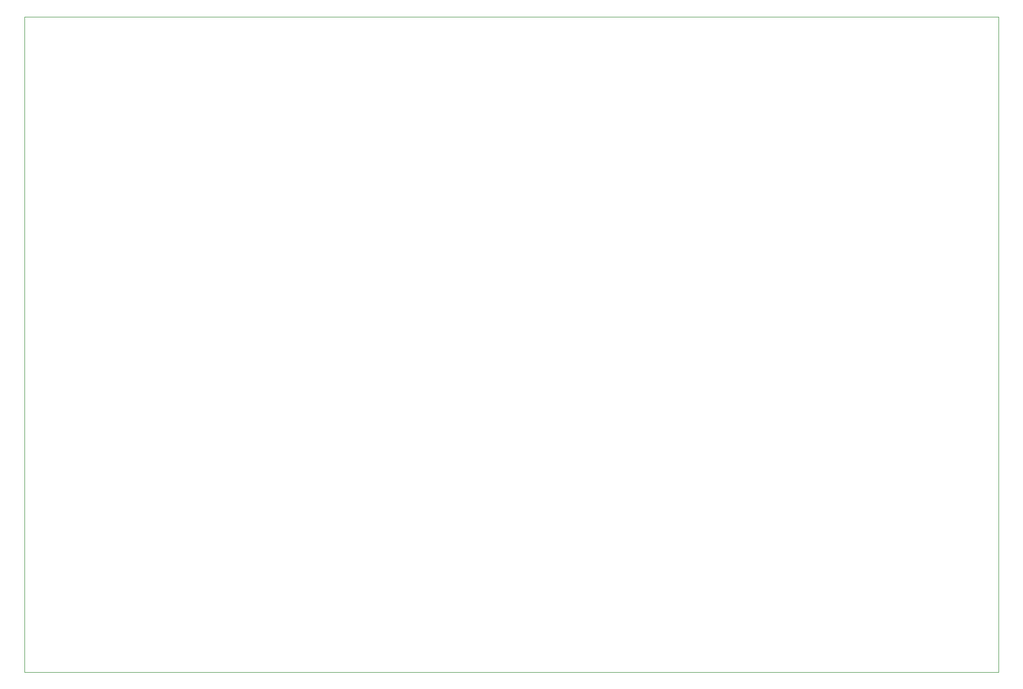
<source format=gbr>
%TF.GenerationSoftware,KiCad,Pcbnew,6.0.2+dfsg-1*%
%TF.CreationDate,2022-10-15T14:58:28-04:00*%
%TF.ProjectId,CHV_DC31,4348565f-4443-4333-912e-6b696361645f,rev?*%
%TF.SameCoordinates,Original*%
%TF.FileFunction,Profile,NP*%
%FSLAX46Y46*%
G04 Gerber Fmt 4.6, Leading zero omitted, Abs format (unit mm)*
G04 Created by KiCad (PCBNEW 6.0.2+dfsg-1) date 2022-10-15 14:58:28*
%MOMM*%
%LPD*%
G01*
G04 APERTURE LIST*
%TA.AperFunction,Profile*%
%ADD10C,0.100000*%
%TD*%
G04 APERTURE END LIST*
D10*
X57632600Y-31648400D02*
X219303600Y-31648400D01*
X219303600Y-31648400D02*
X219303600Y-140411200D01*
X219303600Y-140411200D02*
X57632600Y-140411200D01*
X57632600Y-140411200D02*
X57632600Y-31648400D01*
M02*

</source>
